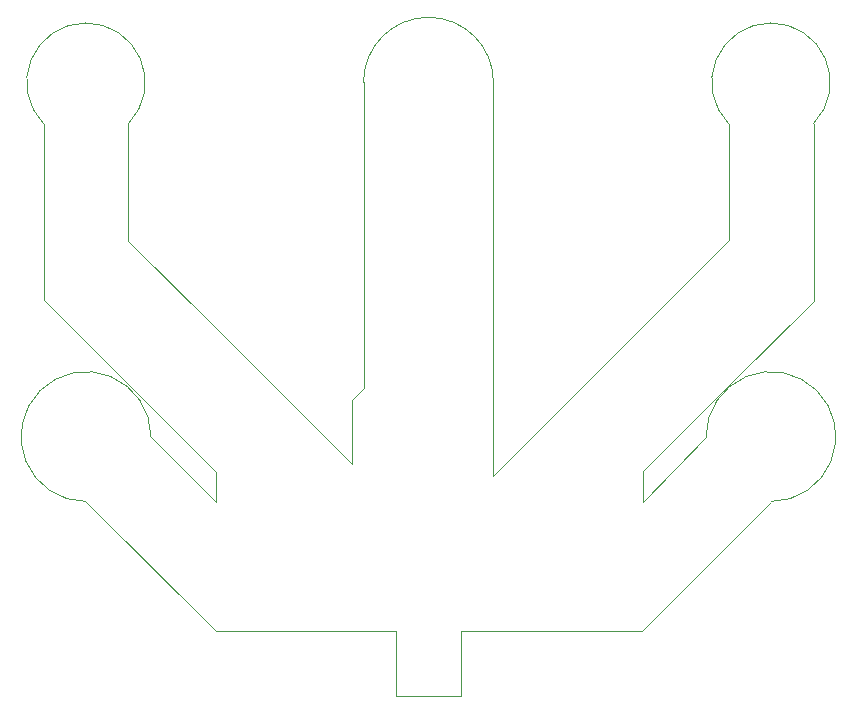
<source format=gbr>
G04 #@! TF.GenerationSoftware,KiCad,Pcbnew,(5.1.10)-1*
G04 #@! TF.CreationDate,2021-08-02T15:50:52+09:00*
G04 #@! TF.ProjectId,electrode_FPCB_rev1.2c,656c6563-7472-46f6-9465-5f465043425f,1.2*
G04 #@! TF.SameCoordinates,Original*
G04 #@! TF.FileFunction,Profile,NP*
%FSLAX46Y46*%
G04 Gerber Fmt 4.6, Leading zero omitted, Abs format (unit mm)*
G04 Created by KiCad (PCBNEW (5.1.10)-1) date 2021-08-02 15:50:52*
%MOMM*%
%LPD*%
G01*
G04 APERTURE LIST*
G04 #@! TA.AperFunction,Profile*
%ADD10C,0.100000*%
G04 #@! TD*
G04 APERTURE END LIST*
D10*
X114500000Y-68600000D02*
X121900000Y-61200000D01*
X121900000Y-61200000D02*
X128900000Y-54200000D01*
X125300000Y-71200000D02*
X114400000Y-82200000D01*
X114400000Y-82200000D02*
X99050000Y-82200000D01*
X78300000Y-82200000D02*
X93550000Y-82200000D01*
X67300000Y-71200000D02*
X78300000Y-82200000D01*
X71100000Y-61500000D02*
X78300000Y-68700000D01*
X71100000Y-61500000D02*
X67300000Y-57700000D01*
X67300000Y-57700000D02*
X63750000Y-54150000D01*
X78300000Y-68700000D02*
X78300000Y-71200000D01*
X72800000Y-65700000D02*
X78300000Y-71200000D01*
X114500000Y-68600000D02*
X114500000Y-71200000D01*
X89800000Y-68000000D02*
X89800000Y-62600000D01*
X78300000Y-56550001D02*
X89800000Y-68000000D01*
X90800000Y-61600000D02*
X89800000Y-62600000D01*
X90800000Y-35700000D02*
X90800000Y-61600000D01*
X121750000Y-49100000D02*
X121749649Y-39250351D01*
X101800000Y-69000000D02*
X121750000Y-49100000D01*
X101800000Y-35700000D02*
X101800000Y-69000000D01*
X90800000Y-35700000D02*
G75*
G02*
X101800000Y-35700000I5500000J0D01*
G01*
X128900000Y-54200000D02*
X128900000Y-39199999D01*
X70899999Y-49150000D02*
X78300000Y-56550001D01*
X70899999Y-39199999D02*
X70899999Y-49150000D01*
X63750000Y-54150000D02*
X63749649Y-39250351D01*
X121749649Y-39250351D02*
G75*
G02*
X128899999Y-39199999I3550351J3550351D01*
G01*
X63749649Y-39250351D02*
G75*
G02*
X70899999Y-39199999I3550351J3550351D01*
G01*
X119800000Y-65700000D02*
X114500000Y-71200000D01*
X119800000Y-65700000D02*
G75*
G02*
X125300000Y-71200000I5500000J0D01*
G01*
X67300000Y-71200000D02*
G75*
G02*
X72800000Y-65700000I0J5500000D01*
G01*
X93550000Y-83700000D02*
X93550000Y-82200000D01*
X99050000Y-83700000D02*
X99050000Y-82200000D01*
X99050000Y-87700000D02*
X99050000Y-83700000D01*
X93550000Y-87700000D02*
X99050000Y-87700000D01*
X93550000Y-83700000D02*
X93550000Y-87700000D01*
M02*

</source>
